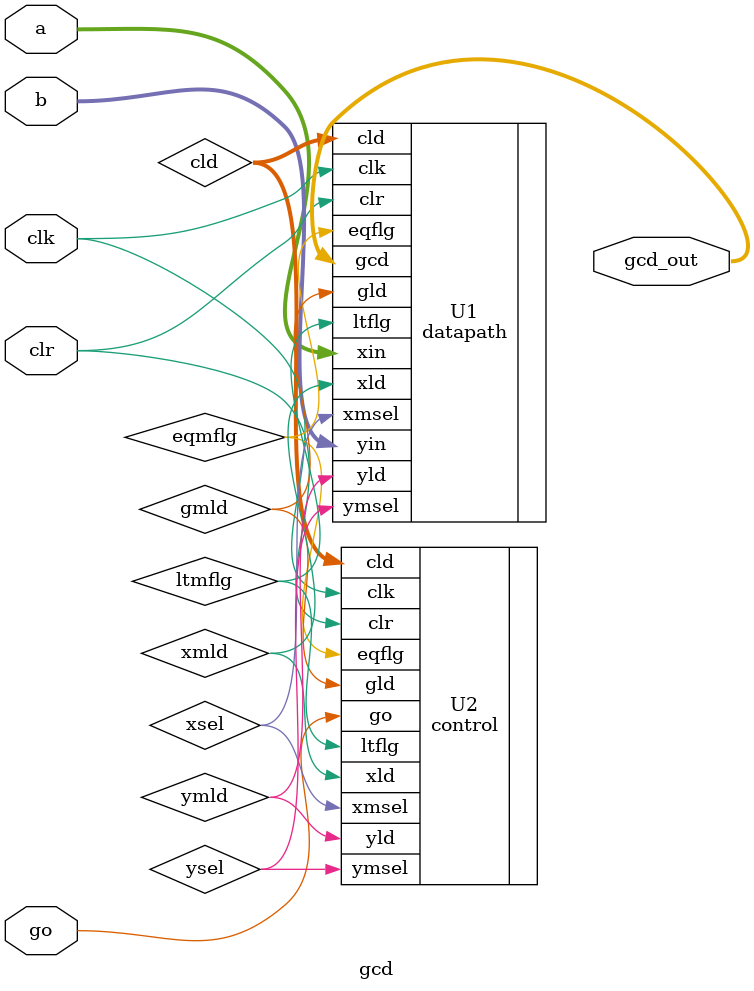
<source format=v>
`timescale 1ns / 1ps

module gcd(
           input [7:0] a, b, 
           input go,
           output [7:0] gcd_out,
           input clk, clr
           );
           
wire xsel, ysel, xmld, ymld, gmld, eqmflg, ltmflg; 
wire [1:0] cld;

datapath U1(.clk(clk), 
            .clr(clr), 
            .xmsel(xsel), 
            .ymsel(ysel), 
            .xld(xmld), 
            .yld(ymld), 
            .gld(gmld), 
            .xin(a), 
            .yin(b), 
            .eqflg(eqmflg), 
            .ltflg(ltmflg),
            .cld(cld),
            .gcd(gcd_out));

control U2(.clk(clk), 
           .clr(clr), 
           .go(go), 
           .eqflg(eqmflg), 
           .ltflg(ltmflg),
           .cld(cld),
           .xld(xmld), 
           .yld(ymld), 
           .xmsel(xsel), 
           .ymsel(ysel), 
           .gld(gmld));
                    
endmodule

</source>
